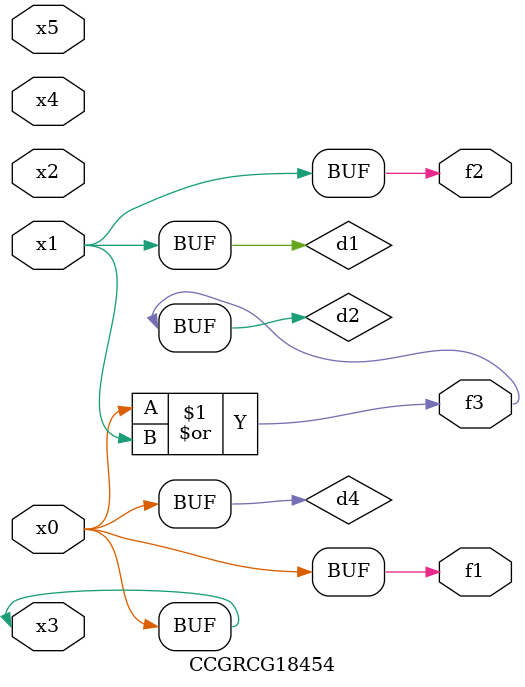
<source format=v>
module CCGRCG18454(
	input x0, x1, x2, x3, x4, x5,
	output f1, f2, f3
);

	wire d1, d2, d3, d4;

	and (d1, x1);
	or (d2, x0, x1);
	nand (d3, x0, x5);
	buf (d4, x0, x3);
	assign f1 = d4;
	assign f2 = d1;
	assign f3 = d2;
endmodule

</source>
